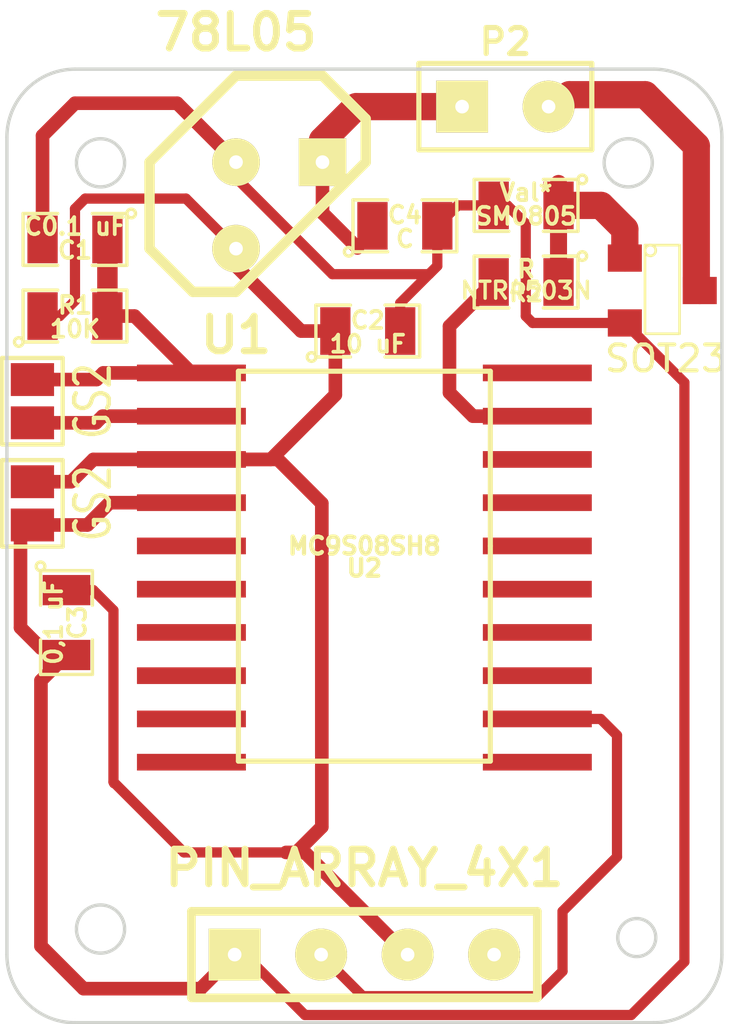
<source format=kicad_pcb>
(kicad_pcb (version 3) (host pcbnew "(2014-jan-25)-product")

  (general
    (links 26)
    (no_connects 0)
    (area 233.543499 135.65 255.44075 167.6068)
    (thickness 1.6)
    (drawings 12)
    (tracks 109)
    (zones 0)
    (modules 14)
    (nets 10)
  )

  (page A3)
  (layers
    (15 F.Cu signal)
    (0 B.Cu signal)
    (16 B.Adhes user)
    (17 F.Adhes user)
    (18 B.Paste user)
    (19 F.Paste user)
    (20 B.SilkS user)
    (21 F.SilkS user)
    (22 B.Mask user)
    (23 F.Mask user)
    (24 Dwgs.User user)
    (25 Cmts.User user)
    (26 Eco1.User user)
    (27 Eco2.User user)
    (28 Edge.Cuts user)
  )

  (setup
    (last_trace_width 0.3)
    (trace_clearance 0.254)
    (zone_clearance 0.508)
    (zone_45_only no)
    (trace_min 0.254)
    (segment_width 0.2)
    (edge_width 0.1)
    (via_size 0.889)
    (via_drill 0.635)
    (via_min_size 0.889)
    (via_min_drill 0.508)
    (uvia_size 0.508)
    (uvia_drill 0.127)
    (uvias_allowed no)
    (uvia_min_size 0.508)
    (uvia_min_drill 0.127)
    (pcb_text_width 0.3)
    (pcb_text_size 1.5 1.5)
    (mod_edge_width 0.15)
    (mod_text_size 1 1)
    (mod_text_width 0.15)
    (pad_size 0.889 1.397)
    (pad_drill 0)
    (pad_to_mask_clearance 0)
    (aux_axis_origin 0 0)
    (visible_elements 7FFFFFFF)
    (pcbplotparams
      (layerselection 8421376)
      (usegerberextensions false)
      (excludeedgelayer true)
      (linewidth 0.150000)
      (plotframeref false)
      (viasonmask false)
      (mode 1)
      (useauxorigin false)
      (hpglpennumber 1)
      (hpglpenspeed 20)
      (hpglpendiameter 15)
      (hpglpenoverlay 2)
      (psnegative false)
      (psa4output false)
      (plotreference true)
      (plotvalue true)
      (plotinvisibletext false)
      (padsonsilk false)
      (subtractmaskfromsilk false)
      (outputformat 5)
      (mirror false)
      (drillshape 1)
      (scaleselection 1)
      (outputdirectory ""))
  )

  (net 0 "")
  (net 1 +12V)
  (net 2 /BDM)
  (net 3 /OUT)
  (net 4 /RESET)
  (net 5 /VDD)
  (net 6 GND)
  (net 7 "Net-(P2-Pad2)")
  (net 8 "Net-(Q1-Pad1)")
  (net 9 "Net-(R2-Pad2)")

  (net_class Default "This is the default net class."
    (clearance 0.254)
    (trace_width 0.3)
    (via_dia 0.889)
    (via_drill 0.635)
    (uvia_dia 0.508)
    (uvia_drill 0.127)
    (add_net +12V)
    (add_net /BDM)
    (add_net /OUT)
    (add_net /RESET)
    (add_net /VDD)
    (add_net GND)
    (add_net "Net-(P2-Pad2)")
    (add_net "Net-(Q1-Pad1)")
    (add_net "Net-(R2-Pad2)")
  )

  (module TO92 (layer F.Cu) (tedit 53B29BE8) (tstamp 53AA0009)
    (at 242 142)
    (descr "Transistor TO92 brochage type BC237")
    (tags "TR TO92")
    (path /53A9D4FD)
    (fp_text reference U1 (at -1.27 3.81) (layer F.SilkS)
      (effects (font (size 1.016 1.016) (thickness 0.2032)))
    )
    (fp_text value 78L05 (at -1.27 -5.08) (layer F.SilkS)
      (effects (font (size 1.016 1.016) (thickness 0.2032)))
    )
    (fp_line (start -1.27 2.54) (end 2.54 -1.27) (layer F.SilkS) (width 0.3048))
    (fp_line (start 2.54 -1.27) (end 2.54 -2.54) (layer F.SilkS) (width 0.3048))
    (fp_line (start 2.54 -2.54) (end 1.27 -3.81) (layer F.SilkS) (width 0.3048))
    (fp_line (start 1.27 -3.81) (end -1.27 -3.81) (layer F.SilkS) (width 0.3048))
    (fp_line (start -1.27 -3.81) (end -3.81 -1.27) (layer F.SilkS) (width 0.3048))
    (fp_line (start -3.81 -1.27) (end -3.81 1.27) (layer F.SilkS) (width 0.3048))
    (fp_line (start -3.81 1.27) (end -2.54 2.54) (layer F.SilkS) (width 0.3048))
    (fp_line (start -2.54 2.54) (end -1.27 2.54) (layer F.SilkS) (width 0.3048))
    (pad 1 thru_hole rect (at 1.27 -1.27) (size 1.397 1.397) (drill 0.4) (layers *.Cu *.Mask F.SilkS)
      (net 1 +12V))
    (pad 2 thru_hole circle (at -1.27 -1.27) (size 1.397 1.397) (drill 0.4) (layers *.Cu *.Mask F.SilkS)
      (net 6 GND))
    (pad 3 thru_hole circle (at -1.27 1.27) (size 1.397 1.397) (drill 0.4) (layers *.Cu *.Mask F.SilkS)
      (net 5 /VDD))
    (model discret/to98.wrl
      (at (xyz 0 0 0))
      (scale (xyz 1 1 1))
      (rotate (xyz 0 0 0))
    )
  )

  (module SOIC-20 (layer F.Cu) (tedit 533B44D6) (tstamp 53AA0026)
    (at 244.5 152)
    (path /53A9B7D5)
    (fp_text reference U2 (at 0 0.65) (layer F.SilkS)
      (effects (font (size 0.5 0.5) (thickness 0.125)))
    )
    (fp_text value MC9S08SH8 (at 0 0) (layer F.SilkS)
      (effects (font (size 0.5 0.5) (thickness 0.125)))
    )
    (fp_line (start 3.7 0) (end 3.7 -5.13) (layer F.SilkS) (width 0.15))
    (fp_line (start 3.7 -5.13) (end -3.7 -5.13) (layer F.SilkS) (width 0.15))
    (fp_line (start -3.7 -5.13) (end -3.7 6.32) (layer F.SilkS) (width 0.15))
    (fp_line (start -3.7 6.32) (end 3.7 6.32) (layer F.SilkS) (width 0.15))
    (fp_line (start 3.7 6.32) (end 3.7 0) (layer F.SilkS) (width 0.15))
    (pad 4 smd rect (at -5.08 -1.27) (size 3.2 0.49) (layers F.Cu F.Paste F.Mask)
      (net 6 GND))
    (pad 3 smd rect (at -5.08 -2.54) (size 3.2 0.49) (layers F.Cu F.Paste F.Mask)
      (net 5 /VDD))
    (pad 2 smd rect (at -5.08 -3.81) (size 3.2 0.49) (layers F.Cu F.Paste F.Mask)
      (net 2 /BDM))
    (pad 1 smd rect (at -5.08 -5.08) (size 3.2 0.49) (layers F.Cu F.Paste F.Mask)
      (net 4 /RESET))
    (pad 5 smd rect (at -5.08 0) (size 3.2 0.49) (layers F.Cu F.Paste F.Mask))
    (pad 6 smd rect (at -5.08 1.27) (size 3.2 0.49) (layers F.Cu F.Paste F.Mask))
    (pad 7 smd rect (at -5.08 2.54) (size 3.2 0.49) (layers F.Cu F.Paste F.Mask))
    (pad 8 smd rect (at -5.08 3.81) (size 3.2 0.49) (layers F.Cu F.Paste F.Mask))
    (pad 9 smd rect (at -5.08 5.08) (size 3.2 0.49) (layers F.Cu F.Paste F.Mask))
    (pad 10 smd rect (at -5.08 6.35) (size 3.2 0.49) (layers F.Cu F.Paste F.Mask))
    (pad 11 smd rect (at 5.08 6.35) (size 3.2 0.49) (layers F.Cu F.Paste F.Mask))
    (pad 12 smd rect (at 5.08 5.08) (size 3.2 0.49) (layers F.Cu F.Paste F.Mask)
      (net 3 /OUT))
    (pad 13 smd rect (at 5.08 3.81) (size 3.2 0.49) (layers F.Cu F.Paste F.Mask))
    (pad 14 smd rect (at 5.08 2.54) (size 3.2 0.49) (layers F.Cu F.Paste F.Mask))
    (pad 15 smd rect (at 5.08 1.27) (size 3.2 0.49) (layers F.Cu F.Paste F.Mask))
    (pad 16 smd rect (at 5.08 0) (size 3.2 0.49) (layers F.Cu F.Paste F.Mask))
    (pad 17 smd rect (at 5.08 -1.27) (size 3.2 0.49) (layers F.Cu F.Paste F.Mask))
    (pad 18 smd rect (at 5.08 -2.54) (size 3.2 0.49) (layers F.Cu F.Paste F.Mask))
    (pad 19 smd rect (at 5.08 -3.81) (size 3.2 0.49) (layers F.Cu F.Paste F.Mask)
      (net 9 "Net-(R2-Pad2)"))
    (pad 20 smd rect (at 5.08 -5.08) (size 3.2 0.49) (layers F.Cu F.Paste F.Mask))
  )

  (module SM0805 (layer F.Cu) (tedit 5091495C) (tstamp 53B672D9)
    (at 236 143 180)
    (path /53A9B7CD)
    (attr smd)
    (fp_text reference C1 (at 0 -0.3175 180) (layer F.SilkS)
      (effects (font (size 0.50038 0.50038) (thickness 0.10922)))
    )
    (fp_text value "C0.1 uF" (at 0 0.381 180) (layer F.SilkS)
      (effects (font (size 0.50038 0.50038) (thickness 0.10922)))
    )
    (fp_circle (center -1.651 0.762) (end -1.651 0.635) (layer F.SilkS) (width 0.09906))
    (fp_line (start -0.508 0.762) (end -1.524 0.762) (layer F.SilkS) (width 0.09906))
    (fp_line (start -1.524 0.762) (end -1.524 -0.762) (layer F.SilkS) (width 0.09906))
    (fp_line (start -1.524 -0.762) (end -0.508 -0.762) (layer F.SilkS) (width 0.09906))
    (fp_line (start 0.508 -0.762) (end 1.524 -0.762) (layer F.SilkS) (width 0.09906))
    (fp_line (start 1.524 -0.762) (end 1.524 0.762) (layer F.SilkS) (width 0.09906))
    (fp_line (start 1.524 0.762) (end 0.508 0.762) (layer F.SilkS) (width 0.09906))
    (pad 1 smd rect (at -0.9525 0 180) (size 0.889 1.397) (layers F.Cu F.Paste F.Mask)
      (net 4 /RESET))
    (pad 2 smd rect (at 0.9525 0 180) (size 0.889 1.397) (layers F.Cu F.Paste F.Mask)
      (net 6 GND))
    (model smd/chip_cms.wrl
      (at (xyz 0 0 0))
      (scale (xyz 0.1 0.1 0.1))
      (rotate (xyz 0 0 0))
    )
  )

  (module SM0805 (layer F.Cu) (tedit 5091495C) (tstamp 53AA0040)
    (at 236 145.25)
    (path /53A9B7CE)
    (attr smd)
    (fp_text reference R1 (at 0 -0.3175) (layer F.SilkS)
      (effects (font (size 0.50038 0.50038) (thickness 0.10922)))
    )
    (fp_text value 10K (at 0 0.381) (layer F.SilkS)
      (effects (font (size 0.50038 0.50038) (thickness 0.10922)))
    )
    (fp_circle (center -1.651 0.762) (end -1.651 0.635) (layer F.SilkS) (width 0.09906))
    (fp_line (start -0.508 0.762) (end -1.524 0.762) (layer F.SilkS) (width 0.09906))
    (fp_line (start -1.524 0.762) (end -1.524 -0.762) (layer F.SilkS) (width 0.09906))
    (fp_line (start -1.524 -0.762) (end -0.508 -0.762) (layer F.SilkS) (width 0.09906))
    (fp_line (start 0.508 -0.762) (end 1.524 -0.762) (layer F.SilkS) (width 0.09906))
    (fp_line (start 1.524 -0.762) (end 1.524 0.762) (layer F.SilkS) (width 0.09906))
    (fp_line (start 1.524 0.762) (end 0.508 0.762) (layer F.SilkS) (width 0.09906))
    (pad 1 smd rect (at -0.9525 0) (size 0.889 1.397) (layers F.Cu F.Paste F.Mask)
      (net 5 /VDD))
    (pad 2 smd rect (at 0.9525 0) (size 0.889 1.397) (layers F.Cu F.Paste F.Mask)
      (net 4 /RESET))
    (model smd/chip_cms.wrl
      (at (xyz 0 0 0))
      (scale (xyz 0.1 0.1 0.1))
      (rotate (xyz 0 0 0))
    )
  )

  (module SM0805 (layer F.Cu) (tedit 5091495C) (tstamp 53AA004D)
    (at 244.6 145.69)
    (path /53A9B7D3)
    (attr smd)
    (fp_text reference C2 (at 0 -0.3175) (layer F.SilkS)
      (effects (font (size 0.50038 0.50038) (thickness 0.10922)))
    )
    (fp_text value "10 uF" (at 0 0.381) (layer F.SilkS)
      (effects (font (size 0.50038 0.50038) (thickness 0.10922)))
    )
    (fp_circle (center -1.651 0.762) (end -1.651 0.635) (layer F.SilkS) (width 0.09906))
    (fp_line (start -0.508 0.762) (end -1.524 0.762) (layer F.SilkS) (width 0.09906))
    (fp_line (start -1.524 0.762) (end -1.524 -0.762) (layer F.SilkS) (width 0.09906))
    (fp_line (start -1.524 -0.762) (end -0.508 -0.762) (layer F.SilkS) (width 0.09906))
    (fp_line (start 0.508 -0.762) (end 1.524 -0.762) (layer F.SilkS) (width 0.09906))
    (fp_line (start 1.524 -0.762) (end 1.524 0.762) (layer F.SilkS) (width 0.09906))
    (fp_line (start 1.524 0.762) (end 0.508 0.762) (layer F.SilkS) (width 0.09906))
    (pad 1 smd rect (at -0.9525 0) (size 0.889 1.397) (layers F.Cu F.Paste F.Mask)
      (net 5 /VDD))
    (pad 2 smd rect (at 0.9525 0) (size 0.889 1.397) (layers F.Cu F.Paste F.Mask)
      (net 6 GND))
    (model smd/chip_cms.wrl
      (at (xyz 0 0 0))
      (scale (xyz 0.1 0.1 0.1))
      (rotate (xyz 0 0 0))
    )
  )

  (module SM0805 (layer F.Cu) (tedit 5091495C) (tstamp 53AA005A)
    (at 235.75 154.25 270)
    (path /53A9B7D4)
    (attr smd)
    (fp_text reference C3 (at 0 -0.3175 270) (layer F.SilkS)
      (effects (font (size 0.50038 0.50038) (thickness 0.10922)))
    )
    (fp_text value "0,1 uF" (at 0 0.381 270) (layer F.SilkS)
      (effects (font (size 0.50038 0.50038) (thickness 0.10922)))
    )
    (fp_circle (center -1.651 0.762) (end -1.651 0.635) (layer F.SilkS) (width 0.09906))
    (fp_line (start -0.508 0.762) (end -1.524 0.762) (layer F.SilkS) (width 0.09906))
    (fp_line (start -1.524 0.762) (end -1.524 -0.762) (layer F.SilkS) (width 0.09906))
    (fp_line (start -1.524 -0.762) (end -0.508 -0.762) (layer F.SilkS) (width 0.09906))
    (fp_line (start 0.508 -0.762) (end 1.524 -0.762) (layer F.SilkS) (width 0.09906))
    (fp_line (start 1.524 -0.762) (end 1.524 0.762) (layer F.SilkS) (width 0.09906))
    (fp_line (start 1.524 0.762) (end 0.508 0.762) (layer F.SilkS) (width 0.09906))
    (pad 1 smd rect (at -0.9525 0 270) (size 0.889 1.397) (layers F.Cu F.Paste F.Mask)
      (net 5 /VDD))
    (pad 2 smd rect (at 0.9525 0 270) (size 0.889 1.397) (layers F.Cu F.Paste F.Mask)
      (net 6 GND))
    (model smd/chip_cms.wrl
      (at (xyz 0 0 0))
      (scale (xyz 0.1 0.1 0.1))
      (rotate (xyz 0 0 0))
    )
  )

  (module SM0805 (layer F.Cu) (tedit 5091495C) (tstamp 53AA0067)
    (at 249.25 144.25 180)
    (path /53A9C959)
    (attr smd)
    (fp_text reference R2 (at 0 -0.3175 180) (layer F.SilkS)
      (effects (font (size 0.50038 0.50038) (thickness 0.10922)))
    )
    (fp_text value R (at 0 0.381 180) (layer F.SilkS)
      (effects (font (size 0.50038 0.50038) (thickness 0.10922)))
    )
    (fp_circle (center -1.651 0.762) (end -1.651 0.635) (layer F.SilkS) (width 0.09906))
    (fp_line (start -0.508 0.762) (end -1.524 0.762) (layer F.SilkS) (width 0.09906))
    (fp_line (start -1.524 0.762) (end -1.524 -0.762) (layer F.SilkS) (width 0.09906))
    (fp_line (start -1.524 -0.762) (end -0.508 -0.762) (layer F.SilkS) (width 0.09906))
    (fp_line (start 0.508 -0.762) (end 1.524 -0.762) (layer F.SilkS) (width 0.09906))
    (fp_line (start 1.524 -0.762) (end 1.524 0.762) (layer F.SilkS) (width 0.09906))
    (fp_line (start 1.524 0.762) (end 0.508 0.762) (layer F.SilkS) (width 0.09906))
    (pad 1 smd rect (at -0.9525 0 180) (size 0.889 1.397) (layers F.Cu F.Paste F.Mask)
      (net 8 "Net-(Q1-Pad1)"))
    (pad 2 smd rect (at 0.9525 0 180) (size 0.889 1.397) (layers F.Cu F.Paste F.Mask)
      (net 9 "Net-(R2-Pad2)"))
    (model smd/chip_cms.wrl
      (at (xyz 0 0 0))
      (scale (xyz 0.1 0.1 0.1))
      (rotate (xyz 0 0 0))
    )
  )

  (module SM0805 (layer F.Cu) (tedit 5091495C) (tstamp 53AA0074)
    (at 245.69 142.6)
    (path /53A9D575)
    (attr smd)
    (fp_text reference C4 (at 0 -0.3175) (layer F.SilkS)
      (effects (font (size 0.50038 0.50038) (thickness 0.10922)))
    )
    (fp_text value C (at 0 0.381) (layer F.SilkS)
      (effects (font (size 0.50038 0.50038) (thickness 0.10922)))
    )
    (fp_circle (center -1.651 0.762) (end -1.651 0.635) (layer F.SilkS) (width 0.09906))
    (fp_line (start -0.508 0.762) (end -1.524 0.762) (layer F.SilkS) (width 0.09906))
    (fp_line (start -1.524 0.762) (end -1.524 -0.762) (layer F.SilkS) (width 0.09906))
    (fp_line (start -1.524 -0.762) (end -0.508 -0.762) (layer F.SilkS) (width 0.09906))
    (fp_line (start 0.508 -0.762) (end 1.524 -0.762) (layer F.SilkS) (width 0.09906))
    (fp_line (start 1.524 -0.762) (end 1.524 0.762) (layer F.SilkS) (width 0.09906))
    (fp_line (start 1.524 0.762) (end 0.508 0.762) (layer F.SilkS) (width 0.09906))
    (pad 1 smd rect (at -0.9525 0) (size 0.889 1.397) (layers F.Cu F.Paste F.Mask)
      (net 1 +12V))
    (pad 2 smd rect (at 0.9525 0) (size 0.889 1.397) (layers F.Cu F.Paste F.Mask)
      (net 6 GND))
    (model smd/chip_cms.wrl
      (at (xyz 0 0 0))
      (scale (xyz 0.1 0.1 0.1))
      (rotate (xyz 0 0 0))
    )
  )

  (module PIN_ARRAY_2X1 (layer F.Cu) (tedit 53B29C00) (tstamp 53AA00A6)
    (at 248.64 139.1)
    (descr "Connecteurs 2 pins")
    (tags "CONN DEV")
    (path /53A9CB2D)
    (fp_text reference P2 (at 0 -1.905) (layer F.SilkS)
      (effects (font (size 0.762 0.762) (thickness 0.1524)))
    )
    (fp_text value CONN_2 (at 0 -1.905) (layer F.SilkS) hide
      (effects (font (size 0.762 0.762) (thickness 0.1524)))
    )
    (fp_line (start -2.54 1.27) (end -2.54 -1.27) (layer F.SilkS) (width 0.1524))
    (fp_line (start -2.54 -1.27) (end 2.54 -1.27) (layer F.SilkS) (width 0.1524))
    (fp_line (start 2.54 -1.27) (end 2.54 1.27) (layer F.SilkS) (width 0.1524))
    (fp_line (start 2.54 1.27) (end -2.54 1.27) (layer F.SilkS) (width 0.1524))
    (pad 1 thru_hole rect (at -1.27 0) (size 1.524 1.524) (drill 0.4) (layers *.Cu *.Mask F.SilkS)
      (net 1 +12V))
    (pad 2 thru_hole circle (at 1.27 0) (size 1.524 1.524) (drill 0.4) (layers *.Cu *.Mask F.SilkS)
      (net 7 "Net-(P2-Pad2)"))
    (model pin_array/pins_array_2x1.wrl
      (at (xyz 0 0 0))
      (scale (xyz 1 1 1))
      (rotate (xyz 0 0 0))
    )
  )

  (module GS2 (layer F.Cu) (tedit 53B295C9) (tstamp 53B4AEF0)
    (at 234.75 147.75)
    (descr "Pontet Goute de soudure")
    (attr virtual)
    (fp_text reference GS2 (at 1.778 0 90) (layer F.SilkS)
      (effects (font (size 1.016 0.762) (thickness 0.127)))
    )
    (fp_text value VAL* (at 1.524 0 90) (layer F.SilkS) hide
      (effects (font (size 0.762 0.762) (thickness 0.127)))
    )
    (fp_line (start -0.889 -1.27) (end -0.889 1.27) (layer F.SilkS) (width 0.127))
    (fp_line (start 0.889 1.27) (end 0.889 -1.27) (layer F.SilkS) (width 0.127))
    (fp_line (start 0.889 1.27) (end -0.889 1.27) (layer F.SilkS) (width 0.127))
    (fp_line (start -0.889 -1.27) (end 0.889 -1.27) (layer F.SilkS) (width 0.127))
    (pad 1 smd rect (at 0 -0.635) (size 1.27 0.9652) (layers F.Cu F.Paste F.Mask)
      (net 4 /RESET))
    (pad 2 smd rect (at 0 0.635) (size 1.27 0.9652) (layers F.Cu F.Paste F.Mask)
      (net 2 /BDM))
  )

  (module GS2 (layer F.Cu) (tedit 53B295CF) (tstamp 53B4AF03)
    (at 234.75 150.75)
    (descr "Pontet Goute de soudure")
    (attr virtual)
    (fp_text reference GS2 (at 1.778 0 90) (layer F.SilkS)
      (effects (font (size 1.016 0.762) (thickness 0.127)))
    )
    (fp_text value VAL* (at 1.524 0 90) (layer F.SilkS) hide
      (effects (font (size 0.762 0.762) (thickness 0.127)))
    )
    (fp_line (start -0.889 -1.27) (end -0.889 1.27) (layer F.SilkS) (width 0.127))
    (fp_line (start 0.889 1.27) (end 0.889 -1.27) (layer F.SilkS) (width 0.127))
    (fp_line (start 0.889 1.27) (end -0.889 1.27) (layer F.SilkS) (width 0.127))
    (fp_line (start -0.889 -1.27) (end 0.889 -1.27) (layer F.SilkS) (width 0.127))
    (pad 1 smd rect (at 0 -0.635) (size 1.27 0.9652) (layers F.Cu F.Paste F.Mask)
      (net 5 /VDD))
    (pad 2 smd rect (at 0 0.635) (size 1.27 0.9652) (layers F.Cu F.Paste F.Mask)
      (net 6 GND))
  )

  (module SOT23 (layer F.Cu) (tedit 53B5A78F) (tstamp 53B2FC31)
    (at 253.25 144.5 270)
    (tags SOT23)
    (fp_text reference SOT23 (at 1.99898 -0.09906 360) (layer F.SilkS)
      (effects (font (size 0.762 0.762) (thickness 0.11938)))
    )
    (fp_text value NTR4503N (at 0 4 360) (layer F.SilkS)
      (effects (font (size 0.50038 0.50038) (thickness 0.09906)))
    )
    (fp_circle (center -1.17602 0.35052) (end -1.30048 0.44958) (layer F.SilkS) (width 0.07874))
    (fp_line (start 1.27 -0.508) (end 1.27 0.508) (layer F.SilkS) (width 0.07874))
    (fp_line (start -1.3335 -0.508) (end -1.3335 0.508) (layer F.SilkS) (width 0.07874))
    (fp_line (start 1.27 0.508) (end -1.3335 0.508) (layer F.SilkS) (width 0.07874))
    (fp_line (start -1.3335 -0.508) (end 1.27 -0.508) (layer F.SilkS) (width 0.07874))
    (pad 3 smd rect (at 0 -1.09982 270) (size 0.8001 1.00076) (layers F.Cu F.Paste F.Mask)
      (net 7 "Net-(P2-Pad2)"))
    (pad 2 smd rect (at 0.9525 1.09982 270) (size 0.8001 1.00076) (layers F.Cu F.Paste F.Mask)
      (net 6 GND))
    (pad 1 smd rect (at -0.9525 1.09982 270) (size 0.8001 1.00076) (layers F.Cu F.Paste F.Mask)
      (net 8 "Net-(Q1-Pad1)"))
    (model smd\SOT23_3.wrl
      (at (xyz 0 0 0))
      (scale (xyz 0.4 0.4 0.4))
      (rotate (xyz 0 0 180))
    )
  )

  (module PIN_ARRAY_4x1 (layer F.Cu) (tedit 53B5A426) (tstamp 53B608C2)
    (at 244.5 164)
    (descr "Double rangee de contacts 2 x 5 pins")
    (tags CONN)
    (fp_text reference PIN_ARRAY_4X1 (at 0 -2.54) (layer F.SilkS)
      (effects (font (size 1.016 1.016) (thickness 0.2032)))
    )
    (fp_text value Val** (at 0 2.54) (layer F.SilkS) hide
      (effects (font (size 1.016 1.016) (thickness 0.2032)))
    )
    (fp_line (start 5.08 1.27) (end -5.08 1.27) (layer F.SilkS) (width 0.254))
    (fp_line (start 5.08 -1.27) (end -5.08 -1.27) (layer F.SilkS) (width 0.254))
    (fp_line (start -5.08 -1.27) (end -5.08 1.27) (layer F.SilkS) (width 0.254))
    (fp_line (start 5.08 1.27) (end 5.08 -1.27) (layer F.SilkS) (width 0.254))
    (pad 1 thru_hole rect (at -3.81 0) (size 1.524 1.524) (drill 0.4) (layers *.Cu *.Mask F.SilkS)
      (net 6 GND))
    (pad 2 thru_hole circle (at -1.27 0) (size 1.524 1.524) (drill 0.4) (layers *.Cu *.Mask F.SilkS)
      (net 3 /OUT))
    (pad 3 thru_hole circle (at 1.27 0) (size 1.524 1.524) (drill 0.4) (layers *.Cu *.Mask F.SilkS)
      (net 5 /VDD))
    (pad 4 thru_hole circle (at 3.81 0) (size 1.524 1.524) (drill 0.4) (layers *.Cu *.Mask F.SilkS))
    (model pin_array\pins_array_4x1.wrl
      (at (xyz 0 0 0))
      (scale (xyz 1 1 1))
      (rotate (xyz 0 0 0))
    )
  )

  (module SM0805 (layer F.Cu) (tedit 53B5A7F5) (tstamp 53B66EFD)
    (at 249.25 142 180)
    (attr smd)
    (fp_text reference SM0805 (at 0 -0.3175 180) (layer F.SilkS)
      (effects (font (size 0.50038 0.50038) (thickness 0.10922)))
    )
    (fp_text value Val* (at 0 0.381 180) (layer F.SilkS)
      (effects (font (size 0.50038 0.50038) (thickness 0.10922)))
    )
    (fp_circle (center -1.651 0.762) (end -1.651 0.635) (layer F.SilkS) (width 0.09906))
    (fp_line (start -0.508 0.762) (end -1.524 0.762) (layer F.SilkS) (width 0.09906))
    (fp_line (start -1.524 0.762) (end -1.524 -0.762) (layer F.SilkS) (width 0.09906))
    (fp_line (start -1.524 -0.762) (end -0.508 -0.762) (layer F.SilkS) (width 0.09906))
    (fp_line (start 0.508 -0.762) (end 1.524 -0.762) (layer F.SilkS) (width 0.09906))
    (fp_line (start 1.524 -0.762) (end 1.524 0.762) (layer F.SilkS) (width 0.09906))
    (fp_line (start 1.524 0.762) (end 0.508 0.762) (layer F.SilkS) (width 0.09906))
    (pad 1 smd rect (at -0.9525 0 180) (size 0.889 1.397) (layers F.Cu F.Paste F.Mask)
      (net 8 "Net-(Q1-Pad1)"))
    (pad 2 smd rect (at 0.9525 0 180) (size 0.889 1.397) (layers F.Cu F.Paste F.Mask)
      (net 6 GND))
    (model smd/chip_cms.wrl
      (at (xyz 0 0 0))
      (scale (xyz 0.1 0.1 0.1))
      (rotate (xyz 0 0 0))
    )
  )

  (gr_circle (center 252.5 163.5) (end 253 163.75) (layer Edge.Cuts) (width 0.1))
  (gr_circle (center 236.75 163.25) (end 237.25 163.75) (layer Edge.Cuts) (width 0.1))
  (gr_circle (center 252.25 140.75) (end 252.75 140.25) (layer Edge.Cuts) (width 0.1))
  (gr_circle (center 236.75 140.75) (end 236.25 140.25) (layer Edge.Cuts) (width 0.1))
  (gr_line (start 234 164) (end 234 140) (angle 90) (layer Edge.Cuts) (width 0.1))
  (gr_line (start 253 166) (end 236 166) (angle 90) (layer Edge.Cuts) (width 0.1))
  (gr_line (start 255 140) (end 255 164) (angle 90) (layer Edge.Cuts) (width 0.1))
  (gr_line (start 236 138) (end 253 138) (angle 90) (layer Edge.Cuts) (width 0.1))
  (gr_arc (start 253 164) (end 255 164) (angle 90) (layer Edge.Cuts) (width 0.1))
  (gr_arc (start 236 164) (end 236 166) (angle 90) (layer Edge.Cuts) (width 0.1))
  (gr_arc (start 253 140) (end 253 138) (angle 90) (layer Edge.Cuts) (width 0.1))
  (gr_arc (start 236 140) (end 234 140) (angle 90) (layer Edge.Cuts) (width 0.1))

  (segment (start 243.27 142.2225) (end 244.2975 143.25) (width 0.4) (layer F.Cu) (net 1) (tstamp 53B671BC))
  (segment (start 243.27 140.73) (end 243.27 142.2225) (width 0.4) (layer F.Cu) (net 1))
  (segment (start 243.27 140.09) (end 244.26 139.1) (width 0.8) (layer F.Cu) (net 1) (tstamp 53B6725F))
  (segment (start 244.26 139.1) (end 247.37 139.1) (width 0.8) (layer F.Cu) (net 1) (tstamp 53B67260))
  (segment (start 243.27 140.73) (end 243.27 140.09) (width 0.8) (layer F.Cu) (net 1))
  (segment (start 236.615 148.385) (end 236.81 148.19) (width 0.4) (layer F.Cu) (net 2) (tstamp 53B671A4))
  (segment (start 236.81 148.19) (end 239.42 148.19) (width 0.4) (layer F.Cu) (net 2) (tstamp 53B671A5))
  (segment (start 234.75 148.385) (end 236.615 148.385) (width 0.4) (layer F.Cu) (net 2))
  (segment (start 251.44 157.08) (end 251.92 157.56) (width 0.3) (layer F.Cu) (net 3) (tstamp 53B67237))
  (segment (start 249.58 157.08) (end 251.44 157.08) (width 0.3) (layer F.Cu) (net 3))
  (segment (start 249.59 165.22) (end 244.45 165.22) (width 0.3) (layer F.Cu) (net 3) (tstamp 53B6723E))
  (segment (start 250.32 164.49) (end 249.59 165.22) (width 0.3) (layer F.Cu) (net 3) (tstamp 53B6723D))
  (segment (start 250.32 162.73) (end 250.32 164.49) (width 0.3) (layer F.Cu) (net 3) (tstamp 53B6723B))
  (segment (start 251.92 161.13) (end 250.32 162.73) (width 0.3) (layer F.Cu) (net 3) (tstamp 53B67239))
  (segment (start 251.92 157.56) (end 251.92 161.13) (width 0.3) (layer F.Cu) (net 3) (tstamp 53B67238))
  (segment (start 244.45 165.22) (end 243.23 164) (width 0.3) (layer F.Cu) (net 3) (tstamp 53B6723F))
  (segment (start 236.83 146.92) (end 239.42 146.92) (width 0.4) (layer F.Cu) (net 4) (tstamp 53B671A9))
  (segment (start 236.635 147.115) (end 236.83 146.92) (width 0.4) (layer F.Cu) (net 4) (tstamp 53B671A8))
  (segment (start 234.75 147.115) (end 236.635 147.115) (width 0.4) (layer F.Cu) (net 4))
  (segment (start 237.75 145.25) (end 239.42 146.92) (width 0.4) (layer F.Cu) (net 4) (tstamp 53B671AE))
  (segment (start 236.9525 145.25) (end 237.75 145.25) (width 0.4) (layer F.Cu) (net 4))
  (segment (start 236.9525 145.25) (end 236.9525 143) (width 0.6) (layer F.Cu) (net 4))
  (segment (start 235.885 150.115) (end 236.54 149.46) (width 0.4) (layer F.Cu) (net 5) (tstamp 53B67171))
  (segment (start 236.54 149.46) (end 239.42 149.46) (width 0.4) (layer F.Cu) (net 5) (tstamp 53B67172))
  (segment (start 234.75 150.115) (end 235.885 150.115) (width 0.4) (layer F.Cu) (net 5))
  (segment (start 242.75 161) (end 242.5 161) (width 0.4) (layer F.Cu) (net 5) (tstamp 53B67191))
  (segment (start 245.75 164) (end 242.75 161) (width 0.4) (layer F.Cu) (net 5) (tstamp 53B67190))
  (segment (start 245.77 164) (end 245.75 164) (width 0.4) (layer F.Cu) (net 5))
  (segment (start 241.96 149.46) (end 243.25 150.75) (width 0.4) (layer F.Cu) (net 5) (tstamp 53B6719D))
  (segment (start 243.25 150.75) (end 243.25 160.25) (width 0.4) (layer F.Cu) (net 5) (tstamp 53B6719E))
  (segment (start 243.25 160.25) (end 242.5 161) (width 0.4) (layer F.Cu) (net 5) (tstamp 53B6719F))
  (segment (start 239.42 149.46) (end 241.96 149.46) (width 0.4) (layer F.Cu) (net 5))
  (segment (start 239.2 161) (end 237.15 158.95) (width 0.3) (layer F.Cu) (net 5) (tstamp 53B67222))
  (segment (start 242.5 161) (end 242.2 161) (width 0.4) (layer F.Cu) (net 5) (tstamp 53B671A2))
  (segment (start 242.2 161) (end 239.2 161) (width 0.3) (layer F.Cu) (net 5))
  (segment (start 237.15 158.97) (end 237.15 158.95) (width 0.3) (layer F.Cu) (net 5) (tstamp 53B6722D))
  (segment (start 237.15 158.95) (end 237.15 158.97) (width 0.3) (layer F.Cu) (net 5) (tstamp 53B6722C))
  (segment (start 236.5375 153.2975) (end 237.13 153.89) (width 0.3) (layer F.Cu) (net 5) (tstamp 53B67229))
  (segment (start 237.13 153.89) (end 237.13 158.93) (width 0.3) (layer F.Cu) (net 5) (tstamp 53B6722A))
  (segment (start 237.13 158.93) (end 237.15 158.95) (width 0.3) (layer F.Cu) (net 5) (tstamp 53B6722B))
  (segment (start 235.75 153.2975) (end 236.5375 153.2975) (width 0.3) (layer F.Cu) (net 5))
  (segment (start 242.64 145.69) (end 243.6475 145.69) (width 0.4) (layer F.Cu) (net 5) (tstamp 53B672A4))
  (segment (start 240.73 143.78) (end 242.64 145.69) (width 0.4) (layer F.Cu) (net 5) (tstamp 53B672A3))
  (segment (start 240.73 143.27) (end 240.73 143.78) (width 0.4) (layer F.Cu) (net 5))
  (segment (start 241.75 149.46) (end 243.6475 147.5625) (width 0.4) (layer F.Cu) (net 5) (tstamp 53B672A7))
  (segment (start 243.6475 147.5625) (end 243.6475 145.69) (width 0.4) (layer F.Cu) (net 5) (tstamp 53B672A8))
  (segment (start 239.42 149.46) (end 241.75 149.46) (width 0.4) (layer F.Cu) (net 5))
  (segment (start 235.0475 145.25) (end 235.55 145.25) (width 0.3) (layer F.Cu) (net 5))
  (segment (start 235.55 145.25) (end 236 144.8) (width 0.3) (layer F.Cu) (net 5) (tstamp 53B67325))
  (segment (start 236 144.8) (end 236 142.1) (width 0.3) (layer F.Cu) (net 5) (tstamp 53B67326))
  (segment (start 236 142.1) (end 236.3 141.8) (width 0.3) (layer F.Cu) (net 5) (tstamp 53B67327))
  (segment (start 236.3 141.8) (end 239.26 141.8) (width 0.3) (layer F.Cu) (net 5) (tstamp 53B67328))
  (segment (start 239.26 141.8) (end 240.73 143.27) (width 0.3) (layer F.Cu) (net 5) (tstamp 53B67329))
  (segment (start 240.98 164) (end 242.754002 165.774002) (width 0.3) (layer F.Cu) (net 6) (tstamp 53B672AE))
  (segment (start 253.9 147.20232) (end 252.15018 145.4525) (width 0.3) (layer F.Cu) (net 6) (tstamp 53B672B5))
  (segment (start 253.9 164.21) (end 253.9 147.20232) (width 0.3) (layer F.Cu) (net 6) (tstamp 53B672B3))
  (segment (start 252.335998 165.774002) (end 253.9 164.21) (width 0.3) (layer F.Cu) (net 6) (tstamp 53B672B1))
  (segment (start 242.754002 165.774002) (end 252.335998 165.774002) (width 0.3) (layer F.Cu) (net 6) (tstamp 53B672AF))
  (segment (start 237.02 150.73) (end 239.42 150.73) (width 0.4) (layer F.Cu) (net 6) (tstamp 53B67177))
  (segment (start 236.365 151.385) (end 237.02 150.73) (width 0.4) (layer F.Cu) (net 6) (tstamp 53B67176))
  (segment (start 234.75 151.385) (end 236.365 151.385) (width 0.4) (layer F.Cu) (net 6))
  (segment (start 239.69 165) (end 236.25 165) (width 0.4) (layer F.Cu) (net 6) (tstamp 53B67211))
  (segment (start 236.25 165) (end 235 163.75) (width 0.4) (layer F.Cu) (net 6) (tstamp 53B67212))
  (segment (start 235 163.75) (end 235 155.9525) (width 0.4) (layer F.Cu) (net 6) (tstamp 53B67213))
  (segment (start 235 155.9525) (end 235.75 155.2025) (width 0.4) (layer F.Cu) (net 6) (tstamp 53B67214))
  (segment (start 240.69 164) (end 239.69 165) (width 0.4) (layer F.Cu) (net 6))
  (segment (start 235.5475 155) (end 235 155) (width 0.4) (layer F.Cu) (net 6) (tstamp 53B67219))
  (segment (start 235 155) (end 234.4 154.4) (width 0.4) (layer F.Cu) (net 6) (tstamp 53B6721A))
  (segment (start 234.4 154.4) (end 234.4 151.735) (width 0.4) (layer F.Cu) (net 6) (tstamp 53B6721B))
  (segment (start 234.4 151.735) (end 234.75 151.385) (width 0.4) (layer F.Cu) (net 6) (tstamp 53B6721C))
  (segment (start 235.75 155.2025) (end 235.5475 155) (width 0.4) (layer F.Cu) (net 6))
  (segment (start 249.4425 145.4525) (end 252.15018 145.4525) (width 0.3) (layer F.Cu) (net 6) (tstamp 53B67272))
  (segment (start 249.24 145.25) (end 249.4425 145.4525) (width 0.3) (layer F.Cu) (net 6) (tstamp 53B67271))
  (segment (start 249.24 142.54) (end 249.24 145.25) (width 0.3) (layer F.Cu) (net 6) (tstamp 53B67270))
  (segment (start 248.7 142) (end 249.24 142.54) (width 0.3) (layer F.Cu) (net 6) (tstamp 53B6726F))
  (segment (start 248.2975 142) (end 248.7 142) (width 0.3) (layer F.Cu) (net 6))
  (segment (start 247.2425 142) (end 248.2975 142) (width 0.3) (layer F.Cu) (net 6) (tstamp 53B67295))
  (segment (start 246.6425 142.6) (end 247.2425 142) (width 0.3) (layer F.Cu) (net 6))
  (segment (start 246.6425 143.7775) (end 246.6425 142.6) (width 0.3) (layer F.Cu) (net 6) (tstamp 53B67299))
  (segment (start 245.5525 144.8675) (end 246.6425 143.7775) (width 0.3) (layer F.Cu) (net 6) (tstamp 53B67298))
  (segment (start 245.5525 145.69) (end 245.5525 144.8675) (width 0.3) (layer F.Cu) (net 6))
  (segment (start 240.73 141.19) (end 243.56 144.02) (width 0.3) (layer F.Cu) (net 6) (tstamp 53B6729C))
  (segment (start 243.56 144.02) (end 246.4 144.02) (width 0.3) (layer F.Cu) (net 6) (tstamp 53B6729D))
  (segment (start 246.4 144.02) (end 246.6425 143.7775) (width 0.3) (layer F.Cu) (net 6) (tstamp 53B6729F))
  (segment (start 240.73 140.73) (end 240.73 141.19) (width 0.3) (layer F.Cu) (net 6))
  (segment (start 240.69 164) (end 240.98 164) (width 0.3) (layer F.Cu) (net 6))
  (segment (start 235.0475 139.9525) (end 236 139) (width 0.4) (layer F.Cu) (net 6) (tstamp 53B6731E))
  (segment (start 236 139) (end 239 139) (width 0.4) (layer F.Cu) (net 6) (tstamp 53B6731F))
  (segment (start 239 139) (end 240.73 140.73) (width 0.4) (layer F.Cu) (net 6) (tstamp 53B67320))
  (segment (start 235.0475 143) (end 235.0475 139.9525) (width 0.4) (layer F.Cu) (net 6))
  (segment (start 254.25 140.25) (end 254.25 144.40018) (width 0.4) (layer F.Cu) (net 7) (tstamp 53B671C5))
  (segment (start 254.25 144.40018) (end 254.34982 144.5) (width 0.4) (layer F.Cu) (net 7) (tstamp 53B671C6))
  (segment (start 254.25 144.40018) (end 254.34982 144.5) (width 0.8) (layer F.Cu) (net 7) (tstamp 53B671D5))
  (segment (start 254.25 140.25) (end 254.25 144.40018) (width 0.8) (layer F.Cu) (net 7) (tstamp 53B671D4))
  (segment (start 250.52 138.75) (end 252.75 138.75) (width 0.8) (layer F.Cu) (net 7) (tstamp 53B671D2))
  (segment (start 252.75 138.75) (end 254.25 140.25) (width 0.8) (layer F.Cu) (net 7) (tstamp 53B671D3))
  (segment (start 250.17 139.1) (end 250.52 138.75) (width 0.8) (layer F.Cu) (net 7) (tstamp 53B67266))
  (segment (start 249.91 139.1) (end 250.17 139.1) (width 0.8) (layer F.Cu) (net 7))
  (segment (start 251.45 142) (end 252.15018 142.70018) (width 0.3) (layer F.Cu) (net 8) (tstamp 53B67248))
  (segment (start 252.15018 142.70018) (end 252.15018 143.5475) (width 0.3) (layer F.Cu) (net 8) (tstamp 53B67249))
  (segment (start 252.15018 142.70018) (end 252.15018 143.5475) (width 0.8) (layer F.Cu) (net 8) (tstamp 53B6724D))
  (segment (start 251.45 142) (end 252.15018 142.70018) (width 0.8) (layer F.Cu) (net 8) (tstamp 53B6724C))
  (segment (start 250.2025 142) (end 251.45 142) (width 0.8) (layer F.Cu) (net 8))
  (segment (start 250.2025 141.3575) (end 250.2025 142) (width 0.5) (layer F.Cu) (net 8) (tstamp 53B67250))
  (segment (start 250.2025 144.25) (end 250.2025 141.3575) (width 0.5) (layer F.Cu) (net 8))
  (segment (start 247.69 148.19) (end 247 147.5) (width 0.4) (layer F.Cu) (net 9) (tstamp 53B671DD))
  (segment (start 247 147.5) (end 247 145.5475) (width 0.4) (layer F.Cu) (net 9) (tstamp 53B671DE))
  (segment (start 247 145.5475) (end 248.2975 144.25) (width 0.4) (layer F.Cu) (net 9) (tstamp 53B671DF))
  (segment (start 249.58 148.19) (end 247.69 148.19) (width 0.4) (layer F.Cu) (net 9))

)

</source>
